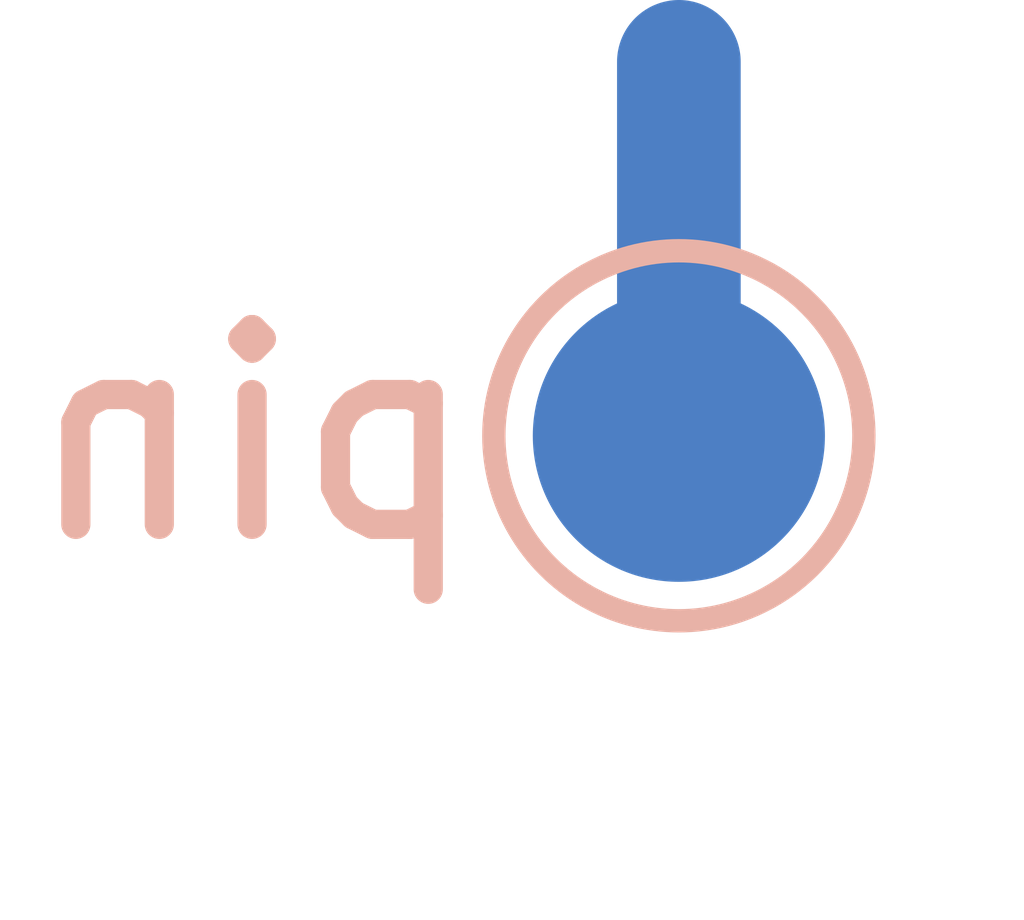
<source format=kicad_pcb>
(kicad_pcb (version 20171130) (host pcbnew "(5.1.9-0-10_14)")

  (general
    (thickness 1.6)
    (drawings 1)
    (tracks 1)
    (zones 0)
    (modules 1)
    (nets 2)
  )

  (page A4)
  (layers
    (0 F.Cu signal)
    (31 B.Cu signal)
    (32 B.Adhes user)
    (33 F.Adhes user)
    (34 B.Paste user)
    (35 F.Paste user)
    (36 B.SilkS user)
    (37 F.SilkS user)
    (38 B.Mask user)
    (39 F.Mask user)
    (40 Dwgs.User user)
    (41 Cmts.User user)
    (42 Eco1.User user)
    (43 Eco2.User user)
    (44 Edge.Cuts user)
    (45 Margin user)
    (46 B.CrtYd user hide)
    (47 F.CrtYd user hide)
    (48 B.Fab user hide)
    (49 F.Fab user hide)
  )

  (setup
    (last_trace_width 0.1524)
    (user_trace_width 0.1524)
    (user_trace_width 0.254)
    (user_trace_width 0.4064)
    (user_trace_width 0.635)
    (trace_clearance 0.1524)
    (zone_clearance 0.508)
    (zone_45_only no)
    (trace_min 0.1524)
    (via_size 0.6858)
    (via_drill 0.3048)
    (via_min_size 0.6858)
    (via_min_drill 0.3048)
    (uvia_size 0.3048)
    (uvia_drill 0.1524)
    (uvias_allowed no)
    (uvia_min_size 0.2)
    (uvia_min_drill 0.1)
    (edge_width 0.15)
    (segment_width 0.2)
    (pcb_text_width 0.3)
    (pcb_text_size 1.5 1.5)
    (mod_edge_width 0.15)
    (mod_text_size 1 1)
    (mod_text_width 0.15)
    (pad_size 2 1.3)
    (pad_drill 1.3)
    (pad_to_mask_clearance 0.2)
    (aux_axis_origin 0 0)
    (visible_elements FFFFFF7F)
    (pcbplotparams
      (layerselection 0x010fc_ffffffff)
      (usegerberextensions false)
      (usegerberattributes false)
      (usegerberadvancedattributes false)
      (creategerberjobfile false)
      (excludeedgelayer true)
      (linewidth 0.100000)
      (plotframeref false)
      (viasonmask false)
      (mode 1)
      (useauxorigin false)
      (hpglpennumber 1)
      (hpglpenspeed 20)
      (hpglpendiameter 15.000000)
      (psnegative false)
      (psa4output false)
      (plotreference true)
      (plotvalue true)
      (plotinvisibletext false)
      (padsonsilk false)
      (subtractmaskfromsilk false)
      (outputformat 1)
      (mirror false)
      (drillshape 1)
      (scaleselection 1)
      (outputdirectory ""))
  )

  (net 0 "")
  (net 1 "Net-(Pin0-Pad1)")

  (net_class Default "This is the default net class."
    (clearance 0.1524)
    (trace_width 0.1524)
    (via_dia 0.6858)
    (via_drill 0.3048)
    (uvia_dia 0.3048)
    (uvia_drill 0.1524)
    (diff_pair_width 0.1524)
    (diff_pair_gap 0.1524)
    (add_net "Net-(Pin0-Pad1)")
  )

  (module TestPoint:TestPoint_Pad_D1.5mm (layer B.Cu) (tedit 5A0F774F) (tstamp 60B90EA5)
    (at 0 -3)
    (descr "SMD pad as test Point, diameter 1.5mm")
    (tags "test point SMD pad")
    (path /60B91AE3)
    (attr virtual)
    (fp_text reference Pin0 (at 0 1.648) (layer F.SilkS) hide
      (effects (font (size 1 1) (thickness 0.15)))
    )
    (fp_text value TestPoint (at 0 -1.75) (layer B.Fab)
      (effects (font (size 1 1) (thickness 0.15)) (justify mirror))
    )
    (fp_circle (center 0 0) (end 1.25 0) (layer B.CrtYd) (width 0.05))
    (fp_circle (center 0 0) (end 0 -0.95) (layer B.SilkS) (width 0.12))
    (fp_text user %R (at 0 1.65) (layer B.Fab)
      (effects (font (size 1 1) (thickness 0.15)) (justify mirror))
    )
    (pad 1 smd circle (at 0 0) (size 1.5 1.5) (layers B.Cu B.Mask)
      (net 1 "Net-(Pin0-Pad1)"))
  )

  (gr_text pin (at -0.95 -3) (layer B.SilkS) (tstamp 608A8C55)
    (effects (font (size 1 1) (thickness 0.15)) (justify left mirror))
  )

  (segment (start 0 -4.92) (end 0 -3) (width 0.635) (layer B.Cu) (net 1))

)

</source>
